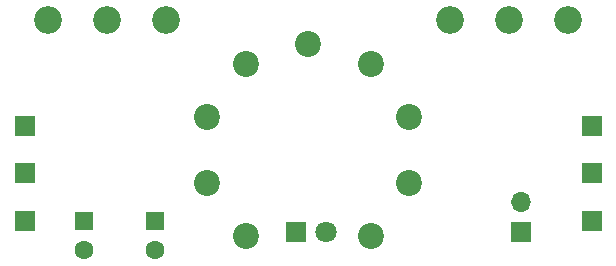
<source format=gbr>
%TF.GenerationSoftware,KiCad,Pcbnew,5.1.9-73d0e3b20d~88~ubuntu20.04.1*%
%TF.CreationDate,2021-05-22T18:00:36+02:00*%
%TF.ProjectId,ValveLord,56616c76-654c-46f7-9264-2e6b69636164,rev?*%
%TF.SameCoordinates,Original*%
%TF.FileFunction,Soldermask,Bot*%
%TF.FilePolarity,Negative*%
%FSLAX46Y46*%
G04 Gerber Fmt 4.6, Leading zero omitted, Abs format (unit mm)*
G04 Created by KiCad (PCBNEW 5.1.9-73d0e3b20d~88~ubuntu20.04.1) date 2021-05-22 18:00:36*
%MOMM*%
%LPD*%
G01*
G04 APERTURE LIST*
%ADD10C,2.340000*%
%ADD11C,2.200000*%
%ADD12O,1.700000X1.700000*%
%ADD13R,1.700000X1.700000*%
%ADD14C,1.800000*%
%ADD15R,1.800000X1.800000*%
%ADD16C,1.600000*%
%ADD17R,1.600000X1.600000*%
G04 APERTURE END LIST*
D10*
%TO.C,RV2*%
X227000000Y-102000000D03*
X222000000Y-102000000D03*
X217000000Y-102000000D03*
%TD*%
%TO.C,RV1*%
X193000000Y-102000000D03*
X188000000Y-102000000D03*
X183000000Y-102000000D03*
%TD*%
D11*
%TO.C,U1*%
X199710000Y-120280000D03*
X196440000Y-115780000D03*
X196440000Y-110220000D03*
X199710000Y-105720000D03*
X205000000Y-104000000D03*
X210290000Y-105720000D03*
X213560000Y-110220000D03*
X213560000Y-115780000D03*
X210290000Y-120280000D03*
%TD*%
D12*
%TO.C,J7*%
X223000000Y-117460000D03*
D13*
X223000000Y-120000000D03*
%TD*%
%TO.C,J6*%
X181000000Y-119000000D03*
%TD*%
D14*
%TO.C,D1*%
X206540000Y-120000000D03*
D15*
X204000000Y-120000000D03*
%TD*%
D16*
%TO.C,C5*%
X192000000Y-121500000D03*
D17*
X192000000Y-119000000D03*
%TD*%
D13*
%TO.C,J5*%
X229000000Y-115000000D03*
%TD*%
%TO.C,J3*%
X229000000Y-119000000D03*
%TD*%
%TO.C,J1*%
X181000000Y-111000000D03*
%TD*%
%TO.C,J2*%
X181000000Y-115000000D03*
%TD*%
%TO.C,J4*%
X229000000Y-111000000D03*
%TD*%
D16*
%TO.C,C2*%
X186000000Y-121500000D03*
D17*
X186000000Y-119000000D03*
%TD*%
M02*

</source>
